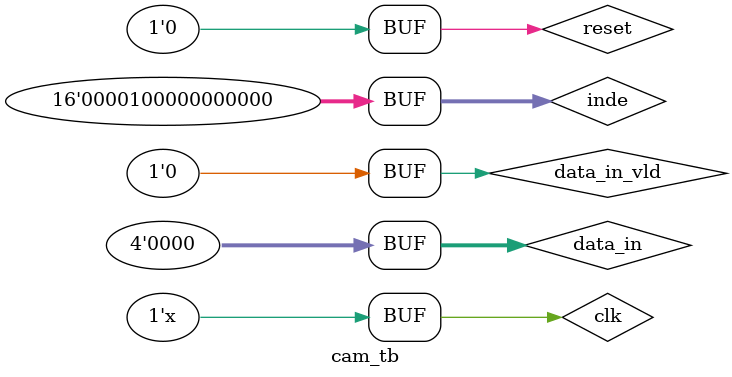
<source format=v>
`timescale 1ns / 1ps



module cam_tb(

    );
    
    reg clk = 1;
    reg reset = 1;
    reg data_in_vld = 0;
    reg [3:0] data_in = 0;
    wire cam_out_vld;
    wire [3:0] cam_out;
    reg [15:0] inde;
    always begin
        #5 clk = ~clk;
    end
    initial begin
        #30 reset = 0;
        #10 data_in_vld = 1;data_in = 1;inde = 16'b0000_0000_0000_0010;
        #10 data_in_vld = 0;data_in = 0;
        #10 data_in_vld = 1;data_in = 2;inde = 16'b0000_0010_0000_0000;
        #10 data_in_vld = 0;data_in = 0;
        #10 data_in_vld = 1;data_in = 3;inde = 16'b0000_0000_0100_0000;
        #10 data_in_vld = 0;data_in = 0;
        #10 data_in_vld = 1;data_in = 2;inde = 16'b0000_1000_0000_0000;
        #10 data_in_vld = 0;data_in = 0;
    end
    cam#()cam_inst(
        .data_in_vld(data_in_vld),
        .data_in(data_in),
	.inde(inde),
        .cam_out_vld(cam_out_vld),
        .cam_out(cam_out),
        .reset(reset),
        .clk(clk)
    );
endmodule

</source>
